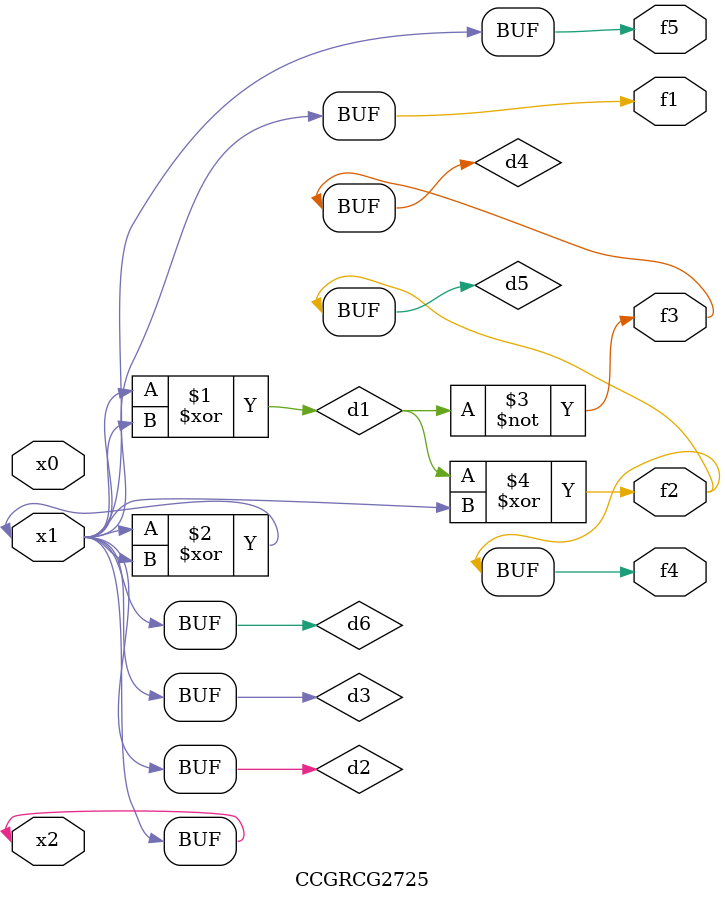
<source format=v>
module CCGRCG2725(
	input x0, x1, x2,
	output f1, f2, f3, f4, f5
);

	wire d1, d2, d3, d4, d5, d6;

	xor (d1, x1, x2);
	buf (d2, x1, x2);
	xor (d3, x1, x2);
	nor (d4, d1);
	xor (d5, d1, d2);
	buf (d6, d2, d3);
	assign f1 = d6;
	assign f2 = d5;
	assign f3 = d4;
	assign f4 = d5;
	assign f5 = d6;
endmodule

</source>
